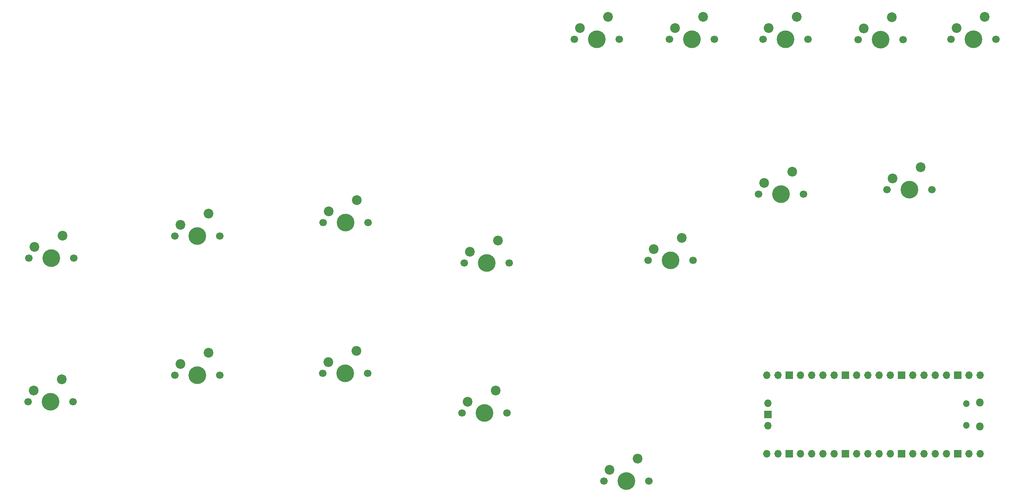
<source format=gbr>
%TF.GenerationSoftware,KiCad,Pcbnew,8.0.5*%
%TF.CreationDate,2024-10-12T18:26:30-04:00*%
%TF.ProjectId,MicrocontrollerMount,4d696372-6f63-46f6-9e74-726f6c6c6572,rev?*%
%TF.SameCoordinates,Original*%
%TF.FileFunction,Soldermask,Bot*%
%TF.FilePolarity,Negative*%
%FSLAX46Y46*%
G04 Gerber Fmt 4.6, Leading zero omitted, Abs format (unit mm)*
G04 Created by KiCad (PCBNEW 8.0.5) date 2024-10-12 18:26:30*
%MOMM*%
%LPD*%
G01*
G04 APERTURE LIST*
%ADD10C,2.200000*%
%ADD11C,1.700000*%
%ADD12C,4.000000*%
%ADD13O,1.800000X1.800000*%
%ADD14O,1.500000X1.500000*%
%ADD15O,1.700000X1.700000*%
%ADD16R,1.700000X1.700000*%
G04 APERTURE END LIST*
D10*
%TO.C,X1*%
X138610000Y-87680000D03*
X144960000Y-85140000D03*
D11*
X147500000Y-90220000D03*
D12*
X142420000Y-90220000D03*
D11*
X137340000Y-90220000D03*
%TD*%
D10*
%TO.C,GUIDE1*%
X163460000Y-37100000D03*
X169810000Y-34560000D03*
D11*
X172350000Y-39640000D03*
D12*
X167270000Y-39640000D03*
D11*
X162190000Y-39640000D03*
%TD*%
D10*
%TO.C,SWL3*%
X206150000Y-37100000D03*
X212500000Y-34560000D03*
D11*
X215040000Y-39640000D03*
D12*
X209960000Y-39640000D03*
D11*
X204880000Y-39640000D03*
%TD*%
D10*
%TO.C,LT1*%
X39960000Y-119140000D03*
X46310000Y-116600000D03*
D11*
X48850000Y-121680000D03*
D12*
X43770000Y-121680000D03*
D11*
X38690000Y-121680000D03*
%TD*%
D10*
%TO.C,B1*%
X106610000Y-112680000D03*
X112960000Y-110140000D03*
D11*
X115500000Y-115220000D03*
D12*
X110420000Y-115220000D03*
D11*
X105340000Y-115220000D03*
%TD*%
D10*
%TO.C,SWR3*%
X184960000Y-37100000D03*
X191310000Y-34560000D03*
D11*
X193850000Y-39640000D03*
D12*
X188770000Y-39640000D03*
D11*
X183690000Y-39640000D03*
%TD*%
D10*
%TO.C,UP1*%
X170150000Y-137100000D03*
X176500000Y-134560000D03*
D11*
X179040000Y-139640000D03*
D12*
X173960000Y-139640000D03*
D11*
X168880000Y-139640000D03*
%TD*%
D10*
%TO.C,RIGHT1*%
X234150000Y-71100000D03*
X240500000Y-68560000D03*
D11*
X243040000Y-73640000D03*
D12*
X237960000Y-73640000D03*
D11*
X232880000Y-73640000D03*
%TD*%
D10*
%TO.C,LB1*%
X40150000Y-86600000D03*
X46500000Y-84060000D03*
D11*
X49040000Y-89140000D03*
D12*
X43960000Y-89140000D03*
D11*
X38880000Y-89140000D03*
%TD*%
%TO.C,LEFT1*%
X178880000Y-89640000D03*
D12*
X183960000Y-89640000D03*
D11*
X189040000Y-89640000D03*
D10*
X186500000Y-84560000D03*
X180150000Y-87100000D03*
%TD*%
%TO.C,A1*%
X138110000Y-121680000D03*
X144460000Y-119140000D03*
D11*
X147000000Y-124220000D03*
D12*
X141920000Y-124220000D03*
D11*
X136840000Y-124220000D03*
%TD*%
D13*
%TO.C,U1*%
X253890000Y-121805000D03*
D14*
X250860000Y-122105000D03*
X250860000Y-126955000D03*
D13*
X253890000Y-127255000D03*
D15*
X254020000Y-115640000D03*
X251480000Y-115640000D03*
D16*
X248940000Y-115640000D03*
D15*
X246400000Y-115640000D03*
X243860000Y-115640000D03*
X241320000Y-115640000D03*
X238780000Y-115640000D03*
D16*
X236240000Y-115640000D03*
D15*
X233700000Y-115640000D03*
X231160000Y-115640000D03*
X228620000Y-115640000D03*
X226080000Y-115640000D03*
D16*
X223540000Y-115640000D03*
D15*
X221000000Y-115640000D03*
X218460000Y-115640000D03*
X215920000Y-115640000D03*
X213380000Y-115640000D03*
D16*
X210840000Y-115640000D03*
D15*
X208300000Y-115640000D03*
X205760000Y-115640000D03*
X205760000Y-133420000D03*
X208300000Y-133420000D03*
D16*
X210840000Y-133420000D03*
D15*
X213380000Y-133420000D03*
X215920000Y-133420000D03*
X218460000Y-133420000D03*
X221000000Y-133420000D03*
D16*
X223540000Y-133420000D03*
D15*
X226080000Y-133420000D03*
X228620000Y-133420000D03*
X231160000Y-133420000D03*
X233700000Y-133420000D03*
D16*
X236240000Y-133420000D03*
D15*
X238780000Y-133420000D03*
X241320000Y-133420000D03*
X243860000Y-133420000D03*
X246400000Y-133420000D03*
D16*
X248940000Y-133420000D03*
D15*
X251480000Y-133420000D03*
X254020000Y-133420000D03*
X205990000Y-121990000D03*
D16*
X205990000Y-124530000D03*
D15*
X205990000Y-127070000D03*
%TD*%
D11*
%TO.C,DOWN1*%
X203880000Y-74640000D03*
D12*
X208960000Y-74640000D03*
D11*
X214040000Y-74640000D03*
D10*
X211500000Y-69560000D03*
X205150000Y-72100000D03*
%TD*%
%TO.C,BACK1*%
X248650000Y-37060000D03*
X255000000Y-34520000D03*
D11*
X257540000Y-39600000D03*
D12*
X252460000Y-39600000D03*
D11*
X247380000Y-39600000D03*
%TD*%
D10*
%TO.C,RB1*%
X73150000Y-81600000D03*
X79500000Y-79060000D03*
D11*
X82040000Y-84140000D03*
D12*
X76960000Y-84140000D03*
D11*
X71880000Y-84140000D03*
%TD*%
D10*
%TO.C,Y1*%
X106650000Y-78600000D03*
X113000000Y-76060000D03*
D11*
X115540000Y-81140000D03*
D12*
X110460000Y-81140000D03*
D11*
X105380000Y-81140000D03*
%TD*%
D10*
%TO.C,RT1*%
X73150000Y-113100000D03*
X79500000Y-110560000D03*
D11*
X82040000Y-115640000D03*
D12*
X76960000Y-115640000D03*
D11*
X71880000Y-115640000D03*
%TD*%
D10*
%TO.C,START1*%
X227610000Y-37140000D03*
X233960000Y-34600000D03*
D11*
X236500000Y-39680000D03*
D12*
X231420000Y-39680000D03*
D11*
X226340000Y-39680000D03*
%TD*%
M02*

</source>
